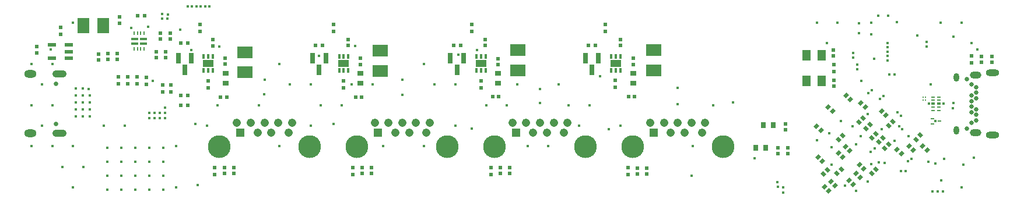
<source format=gbs>
G04*
G04 #@! TF.GenerationSoftware,Altium Limited,Altium Designer,25.8.1 (18)*
G04*
G04 Layer_Color=16711935*
%FSLAX44Y44*%
%MOMM*%
G71*
G04*
G04 #@! TF.SameCoordinates,C96D2FE9-1FD8-438A-A999-0EA797086850*
G04*
G04*
G04 #@! TF.FilePolarity,Negative*
G04*
G01*
G75*
%ADD19R,0.6000X0.5400*%
%ADD23R,0.5400X0.6000*%
G04:AMPARAMS|DCode=26|XSize=0.54mm|YSize=0.6mm|CornerRadius=0mm|HoleSize=0mm|Usage=FLASHONLY|Rotation=315.000|XOffset=0mm|YOffset=0mm|HoleType=Round|Shape=Rectangle|*
%AMROTATEDRECTD26*
4,1,4,-0.4031,-0.0212,0.0212,0.4031,0.4031,0.0212,-0.0212,-0.4031,-0.4031,-0.0212,0.0*
%
%ADD26ROTATEDRECTD26*%

%ADD28R,0.4750X0.5000*%
%ADD37R,0.5000X0.4750*%
G04:AMPARAMS|DCode=39|XSize=0.565mm|YSize=0.2mm|CornerRadius=0.005mm|HoleSize=0mm|Usage=FLASHONLY|Rotation=180.000|XOffset=0mm|YOffset=0mm|HoleType=Round|Shape=RoundedRectangle|*
%AMROUNDEDRECTD39*
21,1,0.5650,0.1900,0,0,180.0*
21,1,0.5550,0.2000,0,0,180.0*
1,1,0.0100,-0.2775,0.0950*
1,1,0.0100,0.2775,0.0950*
1,1,0.0100,0.2775,-0.0950*
1,1,0.0100,-0.2775,-0.0950*
%
%ADD39ROUNDEDRECTD39*%
%ADD40R,0.2200X0.2300*%
G04:AMPARAMS|DCode=41|XSize=0.565mm|YSize=0.4mm|CornerRadius=0.01mm|HoleSize=0mm|Usage=FLASHONLY|Rotation=180.000|XOffset=0mm|YOffset=0mm|HoleType=Round|Shape=RoundedRectangle|*
%AMROUNDEDRECTD41*
21,1,0.5650,0.3800,0,0,180.0*
21,1,0.5450,0.4000,0,0,180.0*
1,1,0.0200,-0.2725,0.1900*
1,1,0.0200,0.2725,0.1900*
1,1,0.0200,0.2725,-0.1900*
1,1,0.0200,-0.2725,-0.1900*
%
%ADD41ROUNDEDRECTD41*%
%ADD45C,0.6500*%
%ADD46C,1.2080*%
%ADD47O,2.1000X1.0500*%
%ADD48O,1.7780X1.1430*%
%ADD49R,1.2080X1.2080*%
%ADD50C,3.3160*%
%ADD51O,0.8500X1.2000*%
%ADD52O,1.9500X0.9500*%
%ADD53O,1.6500X1.0500*%
%ADD54C,0.6800*%
%ADD55C,0.4500*%
G04:AMPARAMS|DCode=67|XSize=0.54mm|YSize=0.6mm|CornerRadius=0mm|HoleSize=0mm|Usage=FLASHONLY|Rotation=225.000|XOffset=0mm|YOffset=0mm|HoleType=Round|Shape=Rectangle|*
%AMROTATEDRECTD67*
4,1,4,-0.0212,0.4031,0.4031,-0.0212,0.0212,-0.4031,-0.4031,0.0212,-0.0212,0.4031,0.0*
%
%ADD67ROTATEDRECTD67*%

%ADD68R,0.6500X0.9000*%
G04:AMPARAMS|DCode=69|XSize=0.46mm|YSize=0.2mm|CornerRadius=0.025mm|HoleSize=0mm|Usage=FLASHONLY|Rotation=0.000|XOffset=0mm|YOffset=0mm|HoleType=Round|Shape=RoundedRectangle|*
%AMROUNDEDRECTD69*
21,1,0.4600,0.1500,0,0,0.0*
21,1,0.4100,0.2000,0,0,0.0*
1,1,0.0500,0.2050,-0.0750*
1,1,0.0500,-0.2050,-0.0750*
1,1,0.0500,-0.2050,0.0750*
1,1,0.0500,0.2050,0.0750*
%
%ADD69ROUNDEDRECTD69*%
%ADD70R,2.3000X1.8000*%
%ADD71R,1.2500X1.6000*%
%ADD72R,0.3200X0.6600*%
%ADD73R,1.6000X1.0000*%
%ADD74R,0.2000X0.6000*%
%ADD75R,1.8000X2.3000*%
%ADD76R,1.2000X0.6000*%
%ADD77R,0.9000X0.6500*%
%ADD78R,1.0500X0.4000*%
%ADD79R,0.6500X1.5500*%
D19*
X1122004Y120651D02*
D03*
X1406712Y218731D02*
D03*
X1422293D02*
D03*
X1191923Y228151D02*
D03*
X901365Y215957D02*
D03*
X1192847Y175872D02*
D03*
X1122004Y112051D02*
D03*
X1125792Y77137D02*
D03*
X1110791Y77137D02*
D03*
X907186Y48131D02*
D03*
X920986Y47917D02*
D03*
X882660Y243528D02*
D03*
X686513Y243503D02*
D03*
X487562Y243527D02*
D03*
X228934Y253047D02*
D03*
X290912Y243083D02*
D03*
X214512Y253047D02*
D03*
X221942Y217406D02*
D03*
X208393Y217297D02*
D03*
X704492Y215758D02*
D03*
X505057Y216082D02*
D03*
X308900Y216171D02*
D03*
X154908Y276097D02*
D03*
X35401Y224401D02*
D03*
X152163Y214322D02*
D03*
X138570Y214434D02*
D03*
X125192Y214016D02*
D03*
X721827Y48813D02*
D03*
X708561Y48824D02*
D03*
X521295Y48568D02*
D03*
X507221D02*
D03*
X307345Y48620D02*
D03*
X321638D02*
D03*
X505057Y207482D02*
D03*
X1406712Y210131D02*
D03*
X1422293D02*
D03*
X208393Y225897D02*
D03*
X221942Y226006D02*
D03*
X214512Y244447D02*
D03*
X228934Y244447D02*
D03*
X907186Y56731D02*
D03*
X920986Y56517D02*
D03*
X125192Y222616D02*
D03*
X154908Y267497D02*
D03*
X138570Y223034D02*
D03*
X152163Y222922D02*
D03*
X708561Y57424D02*
D03*
X721827Y57413D02*
D03*
X704492Y207158D02*
D03*
X686513Y234903D02*
D03*
X901365Y207357D02*
D03*
X882660Y234928D02*
D03*
X35401Y233001D02*
D03*
X487562Y234927D02*
D03*
X308900Y207571D02*
D03*
X290912Y234483D02*
D03*
X507221Y57168D02*
D03*
X521295D02*
D03*
X1192847Y184472D02*
D03*
X307345Y57220D02*
D03*
X321638D02*
D03*
X1191923Y219551D02*
D03*
X1125792Y85737D02*
D03*
X1110791Y85737D02*
D03*
D23*
X894171Y160315D02*
D03*
X697310Y160275D02*
D03*
X497977Y159820D02*
D03*
X302113D02*
D03*
X310713D02*
D03*
X902771Y160315D02*
D03*
X705910Y160275D02*
D03*
X506577Y159820D02*
D03*
D26*
X1237798Y145291D02*
D03*
X1284269Y83414D02*
D03*
X1230666Y42431D02*
D03*
X1235916Y55742D02*
D03*
X1209397Y87813D02*
D03*
X1199054Y78282D02*
D03*
X1231717Y151372D02*
D03*
X1261991Y139327D02*
D03*
X1327525Y82849D02*
D03*
X1307941Y82497D02*
D03*
X1290350Y77333D02*
D03*
X1215478Y81732D02*
D03*
X1229835Y61823D02*
D03*
X1224584Y48512D02*
D03*
X1210253Y162147D02*
D03*
X1214713Y38989D02*
D03*
X1178940Y29299D02*
D03*
X1205135Y72201D02*
D03*
X1169452Y72350D02*
D03*
X1188116Y36643D02*
D03*
X1167332Y117299D02*
D03*
X1184332Y145286D02*
D03*
X1268072Y133246D02*
D03*
X1301860Y88578D02*
D03*
X1321443Y88930D02*
D03*
X1185021Y23217D02*
D03*
X1216334Y156066D02*
D03*
X1220794Y32908D02*
D03*
X1175533Y66269D02*
D03*
X1194197Y30562D02*
D03*
X1173413Y111217D02*
D03*
X1190413Y139205D02*
D03*
D28*
X191393Y278360D02*
D03*
X181153D02*
D03*
X254622Y148161D02*
D03*
X244382D02*
D03*
X254622Y162570D02*
D03*
X244382D02*
D03*
X640163Y235315D02*
D03*
X650403D02*
D03*
X835975Y235329D02*
D03*
X846215D02*
D03*
X439989Y235242D02*
D03*
X450229D02*
D03*
X244434Y238540D02*
D03*
X254674D02*
D03*
D37*
X1392651Y219918D02*
D03*
X893779Y47380D02*
D03*
X69591Y261357D02*
D03*
X875250Y173762D02*
D03*
X679858Y173166D02*
D03*
X480441Y173322D02*
D03*
X694589Y47380D02*
D03*
X493840D02*
D03*
X284337Y173423D02*
D03*
X194252Y178612D02*
D03*
X180586Y178742D02*
D03*
X217619Y167561D02*
D03*
X230162Y167458D02*
D03*
X293653Y47380D02*
D03*
X1392651Y209678D02*
D03*
X217619Y177801D02*
D03*
X230162Y177698D02*
D03*
X893779Y57620D02*
D03*
X194252Y188852D02*
D03*
X180586Y188982D02*
D03*
X153645D02*
D03*
Y178742D02*
D03*
X166921Y189243D02*
D03*
Y179003D02*
D03*
X694589Y57620D02*
D03*
X679858Y183406D02*
D03*
X875250Y184002D02*
D03*
X69591Y251117D02*
D03*
X480441Y183562D02*
D03*
X284337Y183663D02*
D03*
X493840Y57620D02*
D03*
X860643Y265385D02*
D03*
Y255145D02*
D03*
X666431Y265385D02*
D03*
Y255145D02*
D03*
X466017Y265385D02*
D03*
Y255145D02*
D03*
X272065Y265385D02*
D03*
Y255145D02*
D03*
X1192202Y206937D02*
D03*
Y196697D02*
D03*
X293653Y57620D02*
D03*
D39*
X1336405Y160000D02*
D03*
Y155000D02*
D03*
Y145000D02*
D03*
Y140000D02*
D03*
X1344754D02*
D03*
Y145000D02*
D03*
Y155000D02*
D03*
Y160000D02*
D03*
D40*
X1325743Y155000D02*
D03*
X1322043D02*
D03*
X1325743Y160000D02*
D03*
X1322043D02*
D03*
D41*
X1344754Y150000D02*
D03*
X1336405D02*
D03*
D45*
X1391950Y178000D02*
D03*
Y122000D02*
D03*
X62800Y178900D02*
D03*
Y121100D02*
D03*
X1391950Y146000D02*
D03*
Y154000D02*
D03*
X1398950Y142000D02*
D03*
Y158000D02*
D03*
X1391950Y138000D02*
D03*
Y162000D02*
D03*
X1398950Y166000D02*
D03*
Y134000D02*
D03*
Y126000D02*
D03*
Y174000D02*
D03*
D46*
X965700Y122800D02*
D03*
X1000700Y107800D02*
D03*
X565700Y122800D02*
D03*
X365700D02*
D03*
X765700D02*
D03*
X800700Y107800D02*
D03*
X600700D02*
D03*
X400700D02*
D03*
X405700Y122800D02*
D03*
X345700D02*
D03*
X385700D02*
D03*
X355700Y107800D02*
D03*
X325700Y122800D02*
D03*
X375700Y107800D02*
D03*
X975700D02*
D03*
X955700D02*
D03*
X985700Y122800D02*
D03*
X945700D02*
D03*
X1005700D02*
D03*
X925700D02*
D03*
X775700Y107800D02*
D03*
X755700D02*
D03*
X785700Y122800D02*
D03*
X745700D02*
D03*
X805700D02*
D03*
X725700D02*
D03*
X575700Y107800D02*
D03*
X555700D02*
D03*
X585700Y122800D02*
D03*
X545700D02*
D03*
X605700D02*
D03*
X525700D02*
D03*
D47*
X67800Y193200D02*
D03*
Y106800D02*
D03*
D48*
X26000Y193200D02*
D03*
Y106800D02*
D03*
D49*
X330700Y107800D02*
D03*
X930700D02*
D03*
X730700D02*
D03*
X530700D02*
D03*
D50*
X1031400Y87800D02*
D03*
X900000D02*
D03*
X831400D02*
D03*
X700000D02*
D03*
X631400D02*
D03*
X500000D02*
D03*
X431400D02*
D03*
X300000D02*
D03*
D51*
X1369950Y111550D02*
D03*
Y188450D02*
D03*
D52*
X1423100Y105000D02*
D03*
Y195000D02*
D03*
D53*
X1397950Y107800D02*
D03*
Y192200D02*
D03*
D54*
X1385450Y114000D02*
D03*
Y186000D02*
D03*
D55*
X1077372Y70942D02*
D03*
X1351125Y22440D02*
D03*
X1343301D02*
D03*
X1335489Y22473D02*
D03*
X1352550Y69850D02*
D03*
X985716Y44974D02*
D03*
X1167609Y97128D02*
D03*
X1231010Y103057D02*
D03*
X1185766Y106988D02*
D03*
X1189293Y61088D02*
D03*
X1290049Y52453D02*
D03*
X1304804Y70208D02*
D03*
X1300179Y66519D02*
D03*
X1348206Y38332D02*
D03*
X1339850Y63500D02*
D03*
X1296514Y52124D02*
D03*
X1208210Y30607D02*
D03*
X1224768Y23292D02*
D03*
X1257516Y65123D02*
D03*
X1189126Y87221D02*
D03*
X1224729Y91029D02*
D03*
X1301129Y103182D02*
D03*
X1377589Y268150D02*
D03*
X1392589Y238150D02*
D03*
X1377589Y28150D02*
D03*
X1347590Y268150D02*
D03*
X1332590Y178150D02*
D03*
X1197589Y268150D02*
D03*
X1167589D02*
D03*
X1182589Y238150D02*
D03*
X1017590Y148150D02*
D03*
X987590Y88150D02*
D03*
X882590Y118150D02*
D03*
X837590Y148150D02*
D03*
X807590D02*
D03*
X822590Y118150D02*
D03*
X792590Y178150D02*
D03*
X777590Y88150D02*
D03*
X747590D02*
D03*
X732590Y178150D02*
D03*
X717590Y148150D02*
D03*
X687590D02*
D03*
X642590Y178150D02*
D03*
Y118150D02*
D03*
X597590Y208150D02*
D03*
X612590Y178150D02*
D03*
X597590Y88150D02*
D03*
X537590D02*
D03*
X522590Y178150D02*
D03*
X492590D02*
D03*
X477590Y148150D02*
D03*
X447590D02*
D03*
X432590Y178150D02*
D03*
Y118150D02*
D03*
X387590Y208150D02*
D03*
X402590Y178150D02*
D03*
X387590Y88150D02*
D03*
X357590Y148150D02*
D03*
X297590D02*
D03*
X282590Y118150D02*
D03*
X237590Y88150D02*
D03*
Y28150D02*
D03*
X162590Y118150D02*
D03*
X132590D02*
D03*
X87590Y268150D02*
D03*
Y88150D02*
D03*
X102590Y58150D02*
D03*
X87590Y28150D02*
D03*
X57590Y208150D02*
D03*
Y148150D02*
D03*
Y88150D02*
D03*
X72590Y58150D02*
D03*
X27590Y208150D02*
D03*
X42590Y178150D02*
D03*
X27590Y148150D02*
D03*
X42590Y118150D02*
D03*
X27590Y88150D02*
D03*
X259398Y227878D02*
D03*
X1241902Y135061D02*
D03*
X1400324Y228828D02*
D03*
X1365384Y143812D02*
D03*
X1365651Y151277D02*
D03*
X1241506Y36935D02*
D03*
X1280332Y96162D02*
D03*
X1246658Y61898D02*
D03*
X1224584Y48512D02*
D03*
X221942Y217406D02*
D03*
X1339839Y124581D02*
D03*
X965627Y173428D02*
D03*
X965711Y149504D02*
D03*
X265667Y120926D02*
D03*
X465987Y121019D02*
D03*
X865509Y113363D02*
D03*
X666461Y114008D02*
D03*
X765525Y171491D02*
D03*
X765714Y150795D02*
D03*
X565632Y185295D02*
D03*
X565917Y163104D02*
D03*
X365740Y185464D02*
D03*
X365580Y163569D02*
D03*
X1366160Y248005D02*
D03*
X203304Y183028D02*
D03*
X172419Y260763D02*
D03*
X196589Y262176D02*
D03*
X1232402Y183083D02*
D03*
X1270961Y277852D02*
D03*
X1270677Y232414D02*
D03*
Y238764D02*
D03*
Y226064D02*
D03*
X1330207Y150167D02*
D03*
X1351856Y150024D02*
D03*
X1270677Y219714D02*
D03*
Y213364D02*
D03*
X1256895Y277771D02*
D03*
X1228631Y252803D02*
D03*
X1228631Y267068D02*
D03*
X1247744Y100266D02*
D03*
X1329741Y65526D02*
D03*
X1380598Y61748D02*
D03*
X1266370Y84872D02*
D03*
X1257225Y94200D02*
D03*
X1251593Y85336D02*
D03*
X1245464Y80433D02*
D03*
X1266489Y63650D02*
D03*
X1238610Y113656D02*
D03*
X1205331Y103945D02*
D03*
X1229835Y61823D02*
D03*
X1215478Y81732D02*
D03*
X228934Y253047D02*
D03*
X214512Y253047D02*
D03*
X230162Y167458D02*
D03*
X218716Y65281D02*
D03*
Y85601D02*
D03*
X198396D02*
D03*
Y65281D02*
D03*
X218716Y44961D02*
D03*
Y24641D02*
D03*
X198396Y44961D02*
D03*
X178076Y24641D02*
D03*
X198396D02*
D03*
X178076Y85601D02*
D03*
X157756Y65281D02*
D03*
X178076D02*
D03*
X157756Y85601D02*
D03*
X137436D02*
D03*
Y65281D02*
D03*
X178076Y44961D02*
D03*
X157756Y24641D02*
D03*
Y44961D02*
D03*
X137436D02*
D03*
Y24641D02*
D03*
X1219341Y117505D02*
D03*
X300266Y233590D02*
D03*
X497613Y233816D02*
D03*
X216845Y273716D02*
D03*
X1242781Y165227D02*
D03*
X1247766Y170212D02*
D03*
X1272879Y193001D02*
D03*
X1264612Y161747D02*
D03*
X1259634Y156769D02*
D03*
X1119023Y28723D02*
D03*
X1110225Y36365D02*
D03*
X1118989Y20638D02*
D03*
X1395396Y72009D02*
D03*
X1287341Y117502D02*
D03*
X1291406Y113436D02*
D03*
X1327262Y233670D02*
D03*
X1327345Y240219D02*
D03*
X1220285Y224105D02*
D03*
Y217065D02*
D03*
X1226454Y207450D02*
D03*
Y199973D02*
D03*
X1246219Y251353D02*
D03*
X1313620Y249720D02*
D03*
X1250600Y215939D02*
D03*
X285750Y292100D02*
D03*
X279400D02*
D03*
X273050D02*
D03*
X266700D02*
D03*
X260350D02*
D03*
X254000D02*
D03*
X1246454Y267964D02*
D03*
X55594Y228937D02*
D03*
X1283916Y269016D02*
D03*
X674219Y228545D02*
D03*
X1046020Y152303D02*
D03*
X852740Y189983D02*
D03*
X647113Y221847D02*
D03*
X225149Y280292D02*
D03*
X217143Y280510D02*
D03*
X224593Y273537D02*
D03*
X444904Y219712D02*
D03*
X220980Y144780D02*
D03*
Y137160D02*
D03*
X213360D02*
D03*
X220980Y129540D02*
D03*
X213360D02*
D03*
X205740Y137160D02*
D03*
X198120D02*
D03*
X205740Y129540D02*
D03*
X198120D02*
D03*
X1202382Y124842D02*
D03*
X1284532Y137756D02*
D03*
X1289510Y132778D02*
D03*
X269024Y31814D02*
D03*
X243334Y257672D02*
D03*
X91440Y132080D02*
D03*
X101600D02*
D03*
X111760D02*
D03*
X91440Y142240D02*
D03*
X101600D02*
D03*
X111760D02*
D03*
X91440Y152400D02*
D03*
X101600D02*
D03*
X111760D02*
D03*
X91440Y162560D02*
D03*
X101600D02*
D03*
X111760D02*
D03*
X110423Y171402D02*
D03*
X101600Y172720D02*
D03*
X91440D02*
D03*
X1111331Y29227D02*
D03*
X1262093Y112974D02*
D03*
X1280479Y193001D02*
D03*
D67*
X1235117Y129005D02*
D03*
X1229035Y122924D02*
D03*
X1244691Y119737D02*
D03*
X1263306Y100281D02*
D03*
X1272451Y90953D02*
D03*
X1247422Y48415D02*
D03*
X1199250Y97864D02*
D03*
X1253503Y54496D02*
D03*
X1317533Y104343D02*
D03*
X1277724Y124091D02*
D03*
X1247744Y100266D02*
D03*
X1266370Y84872D02*
D03*
X1257225Y94200D02*
D03*
X1238610Y113656D02*
D03*
X1205331Y103945D02*
D03*
X1203142Y54984D02*
D03*
X1176914Y47682D02*
D03*
X1253825Y106347D02*
D03*
X1271643Y118010D02*
D03*
X1311452Y98262D02*
D03*
X1197061Y48903D02*
D03*
X1182995Y53763D02*
D03*
D68*
X1104621Y119166D02*
D03*
X1093408Y85777D02*
D03*
X1078907D02*
D03*
X1090121Y119166D02*
D03*
D69*
X1345803Y124571D02*
D03*
X1335403Y121071D02*
D03*
Y128071D02*
D03*
D70*
X930993Y227840D02*
D03*
X733130D02*
D03*
X533416Y227153D02*
D03*
X337172Y224876D02*
D03*
X733130Y198840D02*
D03*
X930993D02*
D03*
X533416Y198153D02*
D03*
X337172Y195876D02*
D03*
D71*
X1174319Y183317D02*
D03*
X1152319Y220317D02*
D03*
Y183317D02*
D03*
X1174319Y220317D02*
D03*
D72*
X680135Y218905D02*
D03*
X875918D02*
D03*
X480759D02*
D03*
X284118Y218905D02*
D03*
X686635Y218905D02*
D03*
X673635D02*
D03*
Y198405D02*
D03*
X680135D02*
D03*
X686635D02*
D03*
X882418Y218905D02*
D03*
X869418D02*
D03*
Y198405D02*
D03*
X875918D02*
D03*
X882418D02*
D03*
X487259Y218905D02*
D03*
X474259D02*
D03*
Y198405D02*
D03*
X480759D02*
D03*
X487259D02*
D03*
X290618Y218905D02*
D03*
X277618D02*
D03*
Y198405D02*
D03*
X284118D02*
D03*
X290618D02*
D03*
D73*
X875918Y208655D02*
D03*
X680135D02*
D03*
X284118Y208655D02*
D03*
X480759Y208655D02*
D03*
D74*
X191121Y252573D02*
D03*
X176121D02*
D03*
X186121D02*
D03*
X181121D02*
D03*
X176121Y229573D02*
D03*
X181121D02*
D03*
X186121D02*
D03*
X191121D02*
D03*
D75*
X102991Y263497D02*
D03*
X131991D02*
D03*
D76*
X81831Y216591D02*
D03*
Y235591D02*
D03*
Y226091D02*
D03*
X56831Y216591D02*
D03*
Y235591D02*
D03*
D77*
X309229Y179566D02*
D03*
X901269Y179643D02*
D03*
Y194143D02*
D03*
X704425Y179566D02*
D03*
Y194066D02*
D03*
X505092Y179566D02*
D03*
Y194066D02*
D03*
X309229Y194066D02*
D03*
D78*
X176871Y244573D02*
D03*
Y237573D02*
D03*
X190371D02*
D03*
Y244573D02*
D03*
D79*
X635750Y216767D02*
D03*
X654949D02*
D03*
X645350Y199767D02*
D03*
X831508Y216767D02*
D03*
X850708D02*
D03*
X841108Y199767D02*
D03*
X435559Y216767D02*
D03*
X454759D02*
D03*
X445159Y199767D02*
D03*
X240500Y216767D02*
D03*
X259700D02*
D03*
X250100Y199767D02*
D03*
M02*

</source>
